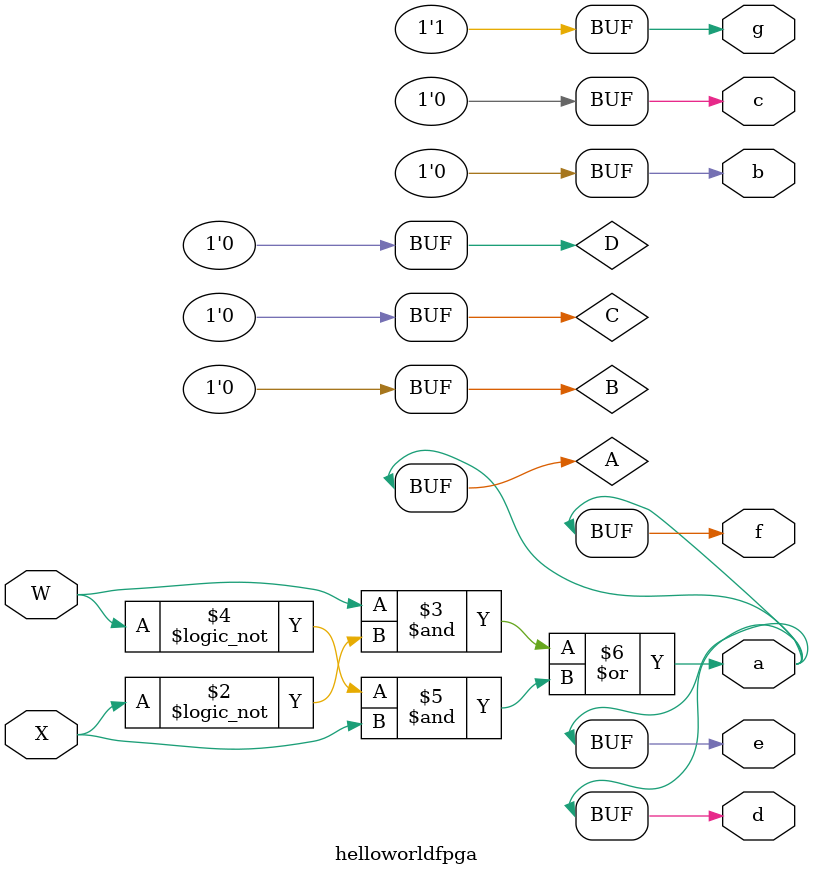
<source format=v>

module helloworldfpga(

input  wire W,
input  wire X,


output wire a,
output wire b,
output wire c,
output wire d,
output wire e,
output wire f,
output wire g

);


reg A,B,C,D;

always @(*)
begin

//XOR Gate
A = (W&!X)|(!W&X);
B = 0;
C = 0;
D = 0;

//Display Decoder

a=(!D&!C&!B&A)|(!D&C&!B&!A);
b=(!D&C&!B&A)|(!D&C&B&!A);
c=(!D&!C&B&!A);
d=(!D&!C&!B&A)|(!D&C&!B&!A)|(!D&C&B&A);
e=(!D&!C&!B&A)|(!D&!C&B&A)|(!D&C&!B&!A)|(!D&C&!B&A)|(!D&C&B&A)|(D&!C&!B&A);
f=(!D&!C&!B&A)|(!D&!C&B&!A)|(!D&!C&B&A)|(!D&C&B&A);
g=(!D&!C&!B&!A)|(!D&!C&!B&A)|(!D&C&B&A);

end
endmodule
//end of the module


</source>
